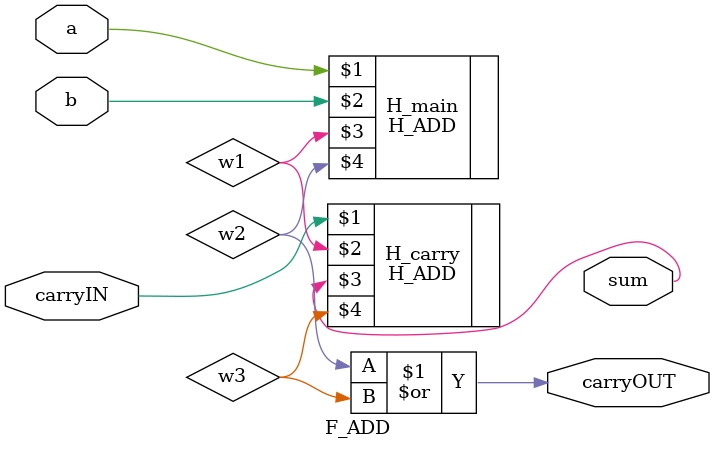
<source format=v>
module F_ADD(a,b,carryIN,carryOUT,sum);

//declare
  input a,b,carryIN;
  output carryOUT,sum;
  wire w1,w2,w3;
 
//operation;
  H_ADD H_main(a,b,w1,w2);
  H_ADD H_carry(carryIN,w1,sum,w3);
  or _ORgate(carryOUT,w2,w3);

//esc
endmodule

</source>
